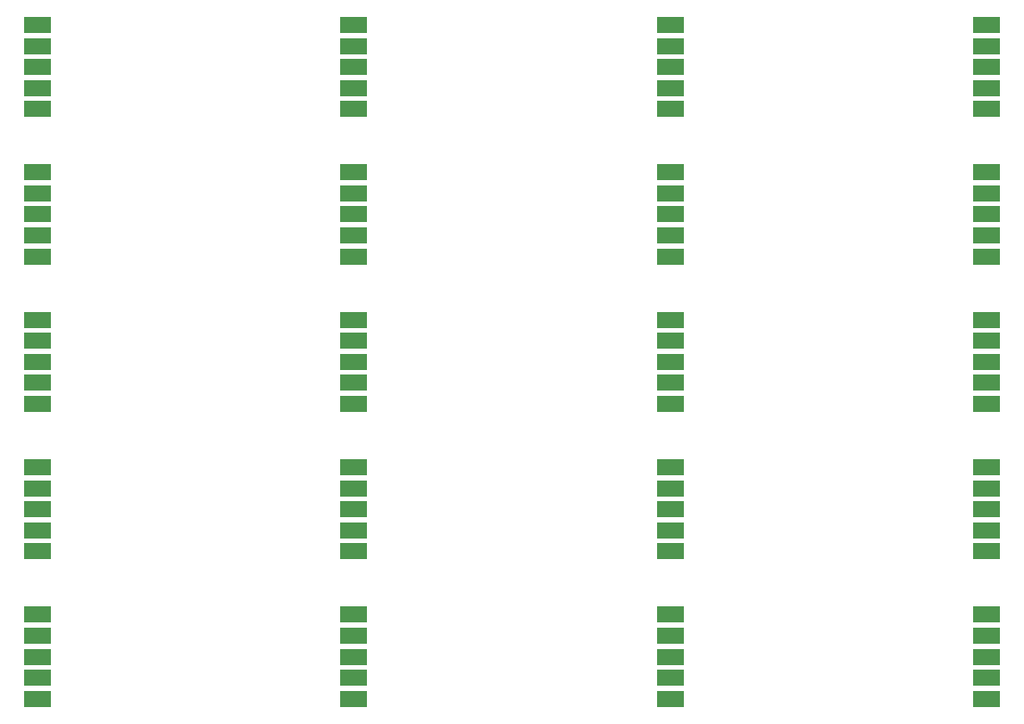
<source format=gbr>
%TF.GenerationSoftware,KiCad,Pcbnew,6.0.0-rc1-unknown-c40e921cb3~144~ubuntu18.04.1*%
%TF.CreationDate,2021-12-01T16:53:05+00:00*%
%TF.ProjectId,output.panel20,6f757470-7574-42e7-9061-6e656c32302e,rev?*%
%TF.SameCoordinates,PX9896800PY7270e00*%
%TF.FileFunction,Paste,Bot*%
%TF.FilePolarity,Positive*%
%FSLAX46Y46*%
G04 Gerber Fmt 4.6, Leading zero omitted, Abs format (unit mm)*
G04 Created by KiCad (PCBNEW 6.0.0-rc1-unknown-c40e921cb3~144~ubuntu18.04.1) date 2021-12-01 16:53:05*
%MOMM*%
%LPD*%
G01*
G04 APERTURE LIST*
%ADD10R,2.500000X1.500000*%
G04 APERTURE END LIST*
D10*
%TO.C,J4*%
X-2600000Y22500000D03*
X-2600000Y24500000D03*
X-2600000Y26500000D03*
X-2600000Y28500000D03*
X-2600000Y30500000D03*
%TD*%
%TO.C,J4*%
X27400000Y50500000D03*
X27400000Y52500000D03*
X27400000Y54500000D03*
X27400000Y56500000D03*
X27400000Y58500000D03*
%TD*%
%TO.C,J4*%
X-62600000Y8500000D03*
X-62600000Y10500000D03*
X-62600000Y12500000D03*
X-62600000Y14500000D03*
X-62600000Y16500000D03*
%TD*%
%TO.C,J4*%
X-32600000Y8500000D03*
X-32600000Y10500000D03*
X-32600000Y12500000D03*
X-32600000Y14500000D03*
X-32600000Y16500000D03*
%TD*%
%TO.C,J4*%
X-32600000Y36500000D03*
X-32600000Y38500000D03*
X-32600000Y40500000D03*
X-32600000Y42500000D03*
X-32600000Y44500000D03*
%TD*%
%TO.C,J4*%
X-2600000Y-5500000D03*
X-2600000Y-3500000D03*
X-2600000Y-1500000D03*
X-2600000Y500000D03*
X-2600000Y2500000D03*
%TD*%
%TO.C,J4*%
X-62600000Y-5500000D03*
X-62600000Y-3500000D03*
X-62600000Y-1500000D03*
X-62600000Y500000D03*
X-62600000Y2500000D03*
%TD*%
%TO.C,J4*%
X-32600000Y50500000D03*
X-32600000Y52500000D03*
X-32600000Y54500000D03*
X-32600000Y56500000D03*
X-32600000Y58500000D03*
%TD*%
%TO.C,J4*%
X-62600000Y22500000D03*
X-62600000Y24500000D03*
X-62600000Y26500000D03*
X-62600000Y28500000D03*
X-62600000Y30500000D03*
%TD*%
%TO.C,J4*%
X-2600000Y8500000D03*
X-2600000Y10500000D03*
X-2600000Y12500000D03*
X-2600000Y14500000D03*
X-2600000Y16500000D03*
%TD*%
%TO.C,J4*%
X-32600000Y-5500000D03*
X-32600000Y-3500000D03*
X-32600000Y-1500000D03*
X-32600000Y500000D03*
X-32600000Y2500000D03*
%TD*%
%TO.C,J4*%
X27400000Y8500000D03*
X27400000Y10500000D03*
X27400000Y12500000D03*
X27400000Y14500000D03*
X27400000Y16500000D03*
%TD*%
%TO.C,J4*%
X-2600000Y36500000D03*
X-2600000Y38500000D03*
X-2600000Y40500000D03*
X-2600000Y42500000D03*
X-2600000Y44500000D03*
%TD*%
%TO.C,J4*%
X27400000Y-5500000D03*
X27400000Y-3500000D03*
X27400000Y-1500000D03*
X27400000Y500000D03*
X27400000Y2500000D03*
%TD*%
%TO.C,J4*%
X-62600000Y50500000D03*
X-62600000Y52500000D03*
X-62600000Y54500000D03*
X-62600000Y56500000D03*
X-62600000Y58500000D03*
%TD*%
%TO.C,J4*%
X27400000Y36500000D03*
X27400000Y38500000D03*
X27400000Y40500000D03*
X27400000Y42500000D03*
X27400000Y44500000D03*
%TD*%
%TO.C,J4*%
X-2600000Y50500000D03*
X-2600000Y52500000D03*
X-2600000Y54500000D03*
X-2600000Y56500000D03*
X-2600000Y58500000D03*
%TD*%
%TO.C,J4*%
X-32600000Y22500000D03*
X-32600000Y24500000D03*
X-32600000Y26500000D03*
X-32600000Y28500000D03*
X-32600000Y30500000D03*
%TD*%
%TO.C,J4*%
X-62600000Y36500000D03*
X-62600000Y38500000D03*
X-62600000Y40500000D03*
X-62600000Y42500000D03*
X-62600000Y44500000D03*
%TD*%
%TO.C,J4*%
X27400000Y22500000D03*
X27400000Y24500000D03*
X27400000Y26500000D03*
X27400000Y28500000D03*
X27400000Y30500000D03*
%TD*%
M02*

</source>
